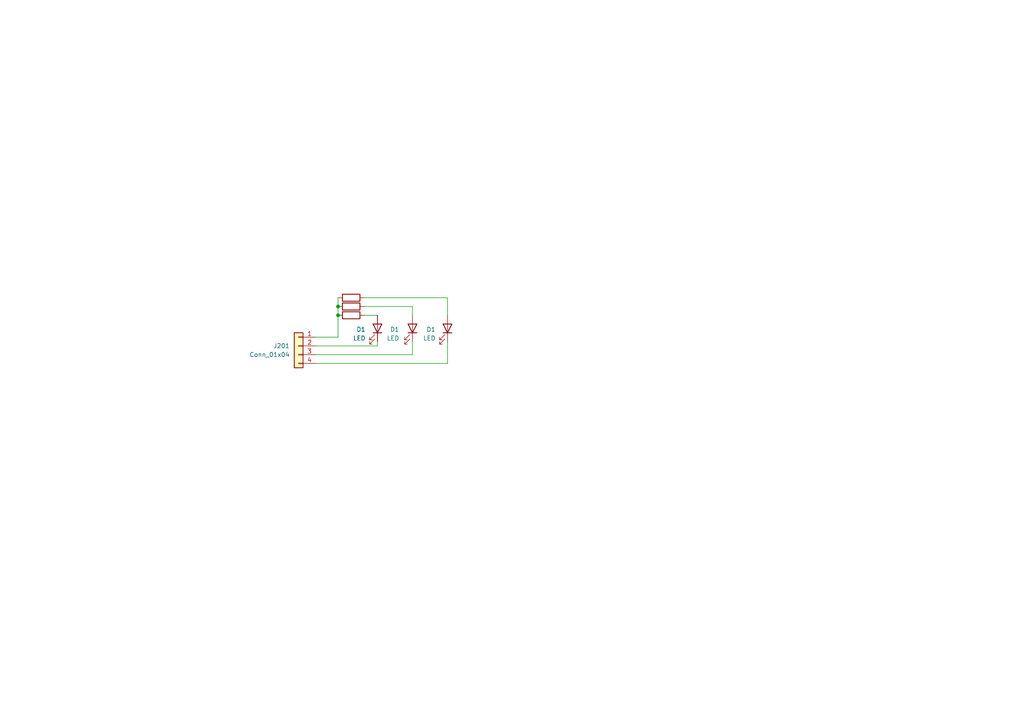
<source format=kicad_sch>
(kicad_sch (version 20230121) (generator eeschema)
  (paper "A4")
  (lib_symbols
    (symbol "Connector_Generic:Conn_01x04" (pin_names (offset 1.016) hide)
      (property "Reference" "J" (at 0 5.08 0))
      (property "Value" "Conn_01x04" (at 0 -7.62 0))
      (symbol "Conn_01x04_1_1"
        (rectangle (start -1.27 -4.953) (end 0 -5.207) (stroke (width 0.1524)))
        (rectangle (start -1.27 -2.413) (end 0 -2.667) (stroke (width 0.1524)))
        (rectangle (start -1.27 0.127) (end 0 -0.127) (stroke (width 0.1524)))
        (rectangle (start -1.27 2.667) (end 0 2.413) (stroke (width 0.1524)))
        (rectangle (start -1.27 3.81) (end 1.27 -6.35) (stroke (width 0.254)) (fill (type background)))
        (pin passive line (at -5.08 2.54 0) (length 3.81) (name "Pin_1") (number "1"))
        (pin passive line (at -5.08 0 0) (length 3.81) (name "Pin_2") (number "2"))
        (pin passive line (at -5.08 -2.54 0) (length 3.81) (name "Pin_3") (number "3"))
        (pin passive line (at -5.08 -5.08 0) (length 3.81) (name "Pin_4") (number "4"))
      )
    )
    (symbol "Device:LED" (pin_numbers hide) (pin_names (offset 1.016) hide)
      (property "Reference" "D" (at 0 2.54 0))
      (property "Value" "LED" (at 0 -2.54 0))
      (symbol "LED_0_1"
        (polyline (pts (xy -1.27 -1.27) (xy -1.27 1.27)) (stroke (width 0.254)))
        (polyline (pts (xy -1.27 0) (xy 1.27 0)))
        (polyline (pts (xy 1.27 -1.27) (xy 1.27 1.27) (xy -1.27 0) (xy 1.27 -1.27)) (stroke (width 0.254)))
        (polyline (pts (xy -3.048 -0.762) (xy -4.572 -2.286) (xy -3.81 -2.286) (xy -4.572 -2.286) (xy -4.572 -1.524)))
        (polyline (pts (xy -1.778 -0.762) (xy -3.302 -2.286) (xy -2.54 -2.286) (xy -3.302 -2.286) (xy -3.302 -1.524)))
      )
      (symbol "LED_1_1"
        (pin passive line (at -3.81 0 0) (length 2.54) (name "K") (number "1"))
        (pin passive line (at 3.81 0 180) (length 2.54) (name "A") (number "2"))
      )
    )
    (symbol "Device:R" (pin_numbers hide) (pin_names (offset 0))
      (property "Reference" "R" (at 2.032 0 90))
      (property "Value" "R" (at 0 0 90))
      (symbol "R_0_1"
        (rectangle (start -1.016 -2.54) (end 1.016 2.54) (stroke (width 0.254)))
      )
      (symbol "R_1_1"
        (pin passive line (at 0 3.81 270) (length 1.27) (name "~") (number "1"))
        (pin passive line (at 0 -3.81 90) (length 1.27) (name "~") (number "2"))
      )
    )
  )
  (junction (at 98.044 88.9))
  (junction (at 98.044 91.44))
  (wire (pts (xy 119.634 102.87) (xy 91.694 102.87)))
  (wire (pts (xy 119.634 99.06) (xy 119.634 102.87)))
  (wire (pts (xy 98.044 97.79) (xy 98.044 91.44)))
  (wire (pts (xy 119.634 88.9) (xy 119.634 91.44)))
  (wire (pts (xy 109.474 100.33) (xy 91.694 100.33)))
  (wire (pts (xy 129.794 86.36) (xy 129.794 91.44)))
  (wire (pts (xy 109.474 91.44) (xy 105.664 91.44)))
  (wire (pts (xy 129.794 105.41) (xy 91.694 105.41)))
  (wire (pts (xy 109.474 100.33) (xy 109.474 99.06)))
  (wire (pts (xy 105.664 86.36) (xy 129.794 86.36)))
  (wire (pts (xy 98.044 86.36) (xy 98.044 88.9)))
  (wire (pts (xy 105.664 88.9) (xy 119.634 88.9)))
  (wire (pts (xy 91.694 97.79) (xy 98.044 97.79)))
  (wire (pts (xy 129.794 99.06) (xy 129.794 105.41)))
  (wire (pts (xy 98.044 88.9) (xy 98.044 91.44)))
  (symbol (lib_id "Device:LED") (at 129.794 95.25 270) (mirror x) (unit 1)
    (property "Reference" "D1" (at 126.365 95.5675 90) (effects (justify right)))
    (property "Value" "LED" (at 126.365 98.1075 90) (effects (justify right)))
    (property "Footprint" "custom_kicad_lib_sk:LED_NO_SILK" (effects hide))
    (instances (project "signal PCB" (path "" (reference "D1") (unit 1)) (path "" (reference "D203") (unit 1))))
  )
  (symbol (lib_id "Device:R") (at 101.854 88.9 270) (mirror x) (unit 1)
    (property "Reference" "R202" (effects hide))
    (property "Value" "R" (effects hide))
    (property "Footprint" "Resistor_SMD:R_0805_2012Metric_Pad1.20x1.40mm_HandSolder" (effects hide))
    (instances (project "signal PCB" (path "" (reference "R202") (unit 1)) (path "" (reference "R?") (unit 1))))
  )
  (symbol (lib_id "Device:R") (at 101.854 86.36 270) (mirror x) (unit 1)
    (property "Reference" "R201" (effects hide))
    (property "Value" "R" (effects hide))
    (property "Footprint" "Resistor_SMD:R_0805_2012Metric_Pad1.20x1.40mm_HandSolder" (effects hide))
    (instances (project "signal PCB" (path "" (reference "R201") (unit 1)) (path "" (reference "R?") (unit 1))))
  )
  (symbol (lib_id "Device:LED") (at 119.634 95.25 270) (mirror x) (unit 1)
    (property "Reference" "D1" (at 115.824 95.5675 90) (effects (justify right)))
    (property "Value" "LED" (at 115.824 98.1075 90) (effects (justify right)))
    (property "Footprint" "custom_kicad_lib_sk:LED_NO_SILK" (effects hide))
    (instances (project "signal PCB" (path "" (reference "D1") (unit 1)) (path "" (reference "D202") (unit 1))))
  )
  (symbol (lib_id "Connector_Generic:Conn_01x04") (at 86.614 100.33 0) (mirror y) (unit 1)
    (property "Reference" "J201" (at 84.074 100.33 0) (effects (justify left)))
    (property "Value" "Conn_01x04" (at 84.074 102.87 0) (effects (justify left)))
    (property "Footprint" "Connector_PinHeader_2.54mm:PinHeader_1x04_P2.54mm_Vertical" (effects hide))
  )
  (symbol (lib_id "Device:LED") (at 109.474 95.25 270) (mirror x) (unit 1)
    (property "Reference" "D1" (at 106.045 95.5675 90) (effects (justify right)))
    (property "Value" "LED" (at 106.045 98.1075 90) (effects (justify right)))
    (property "Footprint" "custom_kicad_lib_sk:LED_NO_SILK" (effects hide))
    (instances (project "signal PCB" (path "" (reference "D1") (unit 1)) (path "" (reference "D201") (unit 1))))
  )
  (symbol (lib_id "Device:R") (at 101.854 91.44 270) (mirror x) (unit 1)
    (property "Reference" "R203" (effects hide))
    (property "Value" "R" (effects hide))
    (property "Footprint" "Resistor_SMD:R_0805_2012Metric_Pad1.20x1.40mm_HandSolder" (effects hide))
    (instances (project "signal PCB" (path "" (reference "R203") (unit 1)) (path "" (reference "R?") (unit 1))))
  )
)
</source>
